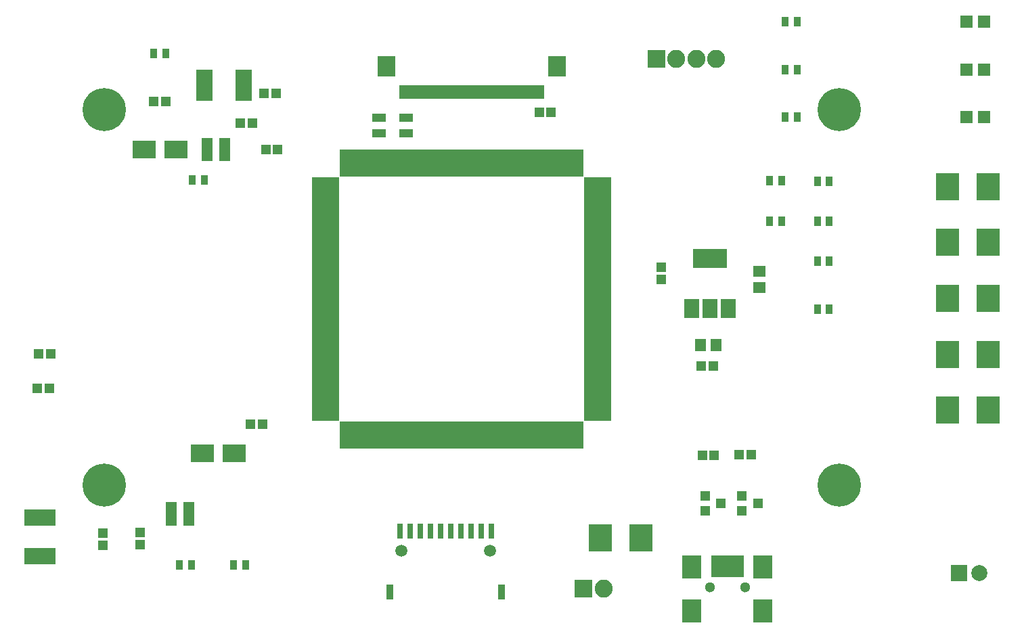
<source format=gbr>
G04 #@! TF.FileFunction,Soldermask,Top*
%FSLAX46Y46*%
G04 Gerber Fmt 4.6, Leading zero omitted, Abs format (unit mm)*
G04 Created by KiCad (PCBNEW 4.0.7) date 08/21/19 21:36:26*
%MOMM*%
%LPD*%
G01*
G04 APERTURE LIST*
%ADD10C,0.100000*%
%ADD11R,1.400000X1.650000*%
%ADD12R,1.200000X1.150000*%
%ADD13R,1.150000X1.200000*%
%ADD14R,1.650000X1.400000*%
%ADD15R,2.000000X2.000000*%
%ADD16C,2.000000*%
%ADD17R,1.300000X1.200000*%
%ADD18R,1.600000X1.600000*%
%ADD19R,3.900000X2.000000*%
%ADD20R,0.900000X1.300000*%
%ADD21R,1.460000X1.050000*%
%ADD22R,2.200000X2.600000*%
%ADD23R,0.700000X1.700000*%
%ADD24R,2.250000X2.250000*%
%ADD25C,2.250000*%
%ADD26R,1.700000X1.100000*%
%ADD27R,2.900000X3.400000*%
%ADD28R,2.000000X3.900000*%
%ADD29R,4.200000X2.400000*%
%ADD30R,1.900000X2.400000*%
%ADD31R,3.400000X1.000000*%
%ADD32R,1.000000X3.400000*%
%ADD33C,1.500000*%
%ADD34R,0.704800X1.924000*%
%ADD35R,0.908000X1.924000*%
%ADD36R,2.900000X2.200000*%
%ADD37C,5.400000*%
%ADD38R,0.900000X2.700000*%
%ADD39R,2.400000X2.900000*%
%ADD40C,1.300000*%
G04 APERTURE END LIST*
D10*
D11*
X164600000Y-103500000D03*
X162600000Y-103500000D03*
D12*
X162750000Y-106100000D03*
X164250000Y-106100000D03*
D13*
X157700000Y-95250000D03*
X157700000Y-93750000D03*
D14*
X170000000Y-94300000D03*
X170000000Y-96300000D03*
D15*
X195000000Y-132000000D03*
D16*
X197500000Y-132000000D03*
D12*
X168950000Y-117200000D03*
X167450000Y-117200000D03*
X162850000Y-117300000D03*
X164350000Y-117300000D03*
X106550000Y-75700000D03*
X105050000Y-75700000D03*
X109550000Y-72000000D03*
X108050000Y-72000000D03*
X95750000Y-73000000D03*
X94250000Y-73000000D03*
X109750000Y-79000000D03*
X108250000Y-79000000D03*
X81350000Y-104600000D03*
X79850000Y-104600000D03*
X81150000Y-108900000D03*
X79650000Y-108900000D03*
D17*
X167800000Y-122350000D03*
X167800000Y-124250000D03*
X169800000Y-123300000D03*
X163200000Y-122350000D03*
X163200000Y-124250000D03*
X165200000Y-123300000D03*
D18*
X195900000Y-69000000D03*
X198100000Y-69000000D03*
X195900000Y-75000000D03*
X198100000Y-75000000D03*
X195900000Y-63000000D03*
X198100000Y-63000000D03*
D19*
X80000000Y-129940000D03*
X80000000Y-125060000D03*
D20*
X172750000Y-88000000D03*
X171250000Y-88000000D03*
X172750000Y-82900000D03*
X171250000Y-82900000D03*
X177250000Y-83000000D03*
X178750000Y-83000000D03*
X177250000Y-88000000D03*
X178750000Y-88000000D03*
X177250000Y-93000000D03*
X178750000Y-93000000D03*
X177250000Y-99000000D03*
X178750000Y-99000000D03*
X173250000Y-69000000D03*
X174750000Y-69000000D03*
X173250000Y-75000000D03*
X174750000Y-75000000D03*
X173250000Y-63000000D03*
X174750000Y-63000000D03*
X99050000Y-82800000D03*
X100550000Y-82800000D03*
X94250000Y-67000000D03*
X95750000Y-67000000D03*
D21*
X100900000Y-78050000D03*
X100900000Y-79000000D03*
X100900000Y-79950000D03*
X103100000Y-79950000D03*
X103100000Y-78050000D03*
X103100000Y-79000000D03*
X96400000Y-123650000D03*
X96400000Y-124600000D03*
X96400000Y-125550000D03*
X98600000Y-125550000D03*
X98600000Y-123650000D03*
X98600000Y-124600000D03*
D22*
X123350000Y-68600000D03*
X144650000Y-68600000D03*
D23*
X142750000Y-71850000D03*
X142250000Y-71850000D03*
X141750000Y-71850000D03*
X141250000Y-71850000D03*
X140750000Y-71850000D03*
X140250000Y-71850000D03*
X139750000Y-71850000D03*
X139250000Y-71850000D03*
X138750000Y-71850000D03*
X138250000Y-71850000D03*
X137750000Y-71850000D03*
X137250000Y-71850000D03*
X136750000Y-71850000D03*
X136250000Y-71850000D03*
X135750000Y-71850000D03*
X135250000Y-71850000D03*
X134750000Y-71850000D03*
X134250000Y-71850000D03*
X133750000Y-71850000D03*
X133250000Y-71850000D03*
X132750000Y-71850000D03*
X132250000Y-71850000D03*
X131750000Y-71850000D03*
X131250000Y-71850000D03*
X130750000Y-71850000D03*
X130250000Y-71850000D03*
X129750000Y-71850000D03*
X129250000Y-71850000D03*
X128750000Y-71850000D03*
X128250000Y-71850000D03*
X127750000Y-71850000D03*
X127250000Y-71850000D03*
X126750000Y-71850000D03*
X126250000Y-71850000D03*
X125750000Y-71850000D03*
X125250000Y-71850000D03*
D12*
X142450000Y-74400000D03*
X143950000Y-74400000D03*
D24*
X157100000Y-67700000D03*
D25*
X159600000Y-67700000D03*
X162100000Y-67700000D03*
X164600000Y-67700000D03*
D26*
X122400000Y-75050000D03*
X122400000Y-76950000D03*
X125800000Y-75050000D03*
X125800000Y-76950000D03*
D27*
X193500000Y-83650000D03*
X198600000Y-83650000D03*
X150100000Y-127650000D03*
X155200000Y-127650000D03*
X193500000Y-90650000D03*
X198600000Y-90650000D03*
X193500000Y-97650000D03*
X198600000Y-97650000D03*
X193500000Y-104650000D03*
X198600000Y-104650000D03*
X193500000Y-111650000D03*
X198600000Y-111650000D03*
D28*
X100560000Y-71000000D03*
X105440000Y-71000000D03*
D29*
X163800000Y-92650000D03*
D30*
X163800000Y-98950000D03*
X166100000Y-98950000D03*
X161500000Y-98950000D03*
D31*
X149762000Y-112476000D03*
X149762000Y-111460000D03*
X149762000Y-110444000D03*
X149762000Y-109428000D03*
X149762000Y-108412000D03*
X149762000Y-107396000D03*
X149762000Y-106380000D03*
X149762000Y-105364000D03*
X149762000Y-104348000D03*
X149762000Y-103332000D03*
X149762000Y-102316000D03*
X149762000Y-101300000D03*
X149762000Y-100284000D03*
X149762000Y-99268000D03*
X149762000Y-98252000D03*
X149762000Y-97236000D03*
X149762000Y-96220000D03*
X149762000Y-95204000D03*
X149762000Y-94188000D03*
X149762000Y-93172000D03*
X149762000Y-92156000D03*
X149762000Y-91140000D03*
X149762000Y-90124000D03*
X149762000Y-89108000D03*
X149762000Y-88092000D03*
X149762000Y-87076000D03*
X149762000Y-86060000D03*
X149762000Y-85044000D03*
X149762000Y-84028000D03*
X149762000Y-83012000D03*
D32*
X147476000Y-80726000D03*
X146460000Y-80726000D03*
X145444000Y-80726000D03*
X144428000Y-80726000D03*
X143412000Y-80726000D03*
X142396000Y-80726000D03*
X141380000Y-80726000D03*
X140364000Y-80726000D03*
X139348000Y-80726000D03*
X138332000Y-80726000D03*
X137316000Y-80726000D03*
X136300000Y-80726000D03*
X135284000Y-80726000D03*
X134268000Y-80726000D03*
X133252000Y-80726000D03*
X132236000Y-80726000D03*
X131220000Y-80726000D03*
X130204000Y-80726000D03*
X129188000Y-80726000D03*
X128172000Y-80726000D03*
X127156000Y-80726000D03*
X126140000Y-80726000D03*
X125124000Y-80726000D03*
X124108000Y-80726000D03*
X123092000Y-80726000D03*
X122076000Y-80726000D03*
X121060000Y-80726000D03*
X120044000Y-80726000D03*
X119028000Y-80726000D03*
X118012000Y-80726000D03*
D31*
X115726000Y-83012000D03*
X115726000Y-84028000D03*
X115726000Y-85044000D03*
X115726000Y-86060000D03*
X115726000Y-87076000D03*
X115726000Y-88092000D03*
X115726000Y-89108000D03*
X115726000Y-90124000D03*
X115726000Y-91140000D03*
X115726000Y-92156000D03*
X115726000Y-93172000D03*
X115726000Y-94188000D03*
X115726000Y-95204000D03*
X115726000Y-96220000D03*
X115726000Y-97236000D03*
X115726000Y-98252000D03*
X115726000Y-99268000D03*
X115726000Y-100284000D03*
X115726000Y-101300000D03*
X115726000Y-102316000D03*
X115726000Y-103332000D03*
X115726000Y-104348000D03*
X115726000Y-105364000D03*
X115726000Y-106380000D03*
X115726000Y-107396000D03*
X115726000Y-108412000D03*
X115726000Y-109428000D03*
X115726000Y-110444000D03*
X115726000Y-111460000D03*
X115726000Y-112476000D03*
D32*
X118012000Y-114762000D03*
X119028000Y-114762000D03*
X120044000Y-114762000D03*
X121060000Y-114762000D03*
X122076000Y-114762000D03*
X123092000Y-114762000D03*
X124108000Y-114762000D03*
X125124000Y-114762000D03*
X126140000Y-114762000D03*
X127156000Y-114762000D03*
X128172000Y-114762000D03*
X129188000Y-114762000D03*
X130204000Y-114762000D03*
X131220000Y-114762000D03*
X132236000Y-114762000D03*
X133252000Y-114762000D03*
X134268000Y-114762000D03*
X135284000Y-114762000D03*
X136300000Y-114762000D03*
X137316000Y-114762000D03*
X138332000Y-114762000D03*
X139348000Y-114762000D03*
X140364000Y-114762000D03*
X141380000Y-114762000D03*
X142396000Y-114762000D03*
X143412000Y-114762000D03*
X144428000Y-114762000D03*
X145444000Y-114762000D03*
X146460000Y-114762000D03*
X147476000Y-114762000D03*
D33*
X136262000Y-129200000D03*
D34*
X125016000Y-126746000D03*
X126286000Y-126746000D03*
X127556000Y-126746000D03*
X128826000Y-126746000D03*
X130096000Y-126746000D03*
X131366000Y-126746000D03*
X132636000Y-126746000D03*
X133906000Y-126746000D03*
X135176000Y-126746000D03*
X136446000Y-126746000D03*
D35*
X123746000Y-134366000D03*
X137716000Y-134366000D03*
D33*
X125200000Y-129200000D03*
D13*
X87900000Y-127050000D03*
X87900000Y-128550000D03*
X92500000Y-126950000D03*
X92500000Y-128450000D03*
D12*
X107850000Y-113400000D03*
X106350000Y-113400000D03*
D36*
X104300000Y-117000000D03*
X100300000Y-117000000D03*
D24*
X148000000Y-134000000D03*
D25*
X150500000Y-134000000D03*
D20*
X97450000Y-131000000D03*
X98950000Y-131000000D03*
X105750000Y-131000000D03*
X104250000Y-131000000D03*
D36*
X93000000Y-79000000D03*
X97000000Y-79000000D03*
D37*
X88000000Y-74000000D03*
X180000000Y-74000000D03*
X88000000Y-121000000D03*
X180000000Y-121000000D03*
D38*
X164400000Y-131200000D03*
X165200000Y-131200000D03*
X166000000Y-131200000D03*
X166800000Y-131200000D03*
X167600000Y-131200000D03*
D39*
X161550000Y-131300000D03*
X161550000Y-136800000D03*
X170450000Y-131300000D03*
X170450000Y-136800000D03*
D40*
X163800000Y-133800000D03*
X168200000Y-133800000D03*
M02*

</source>
